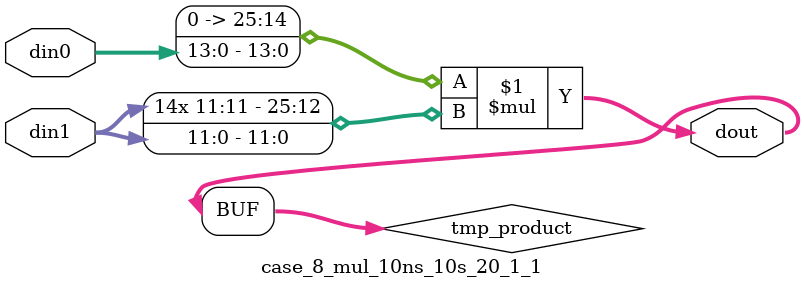
<source format=v>

`timescale 1 ns / 1 ps

 (* use_dsp = "no" *)  module case_8_mul_10ns_10s_20_1_1(din0, din1, dout);
parameter ID = 1;
parameter NUM_STAGE = 0;
parameter din0_WIDTH = 14;
parameter din1_WIDTH = 12;
parameter dout_WIDTH = 26;

input [din0_WIDTH - 1 : 0] din0; 
input [din1_WIDTH - 1 : 0] din1; 
output [dout_WIDTH - 1 : 0] dout;

wire signed [dout_WIDTH - 1 : 0] tmp_product;

























assign tmp_product = $signed({1'b0, din0}) * $signed(din1);










assign dout = tmp_product;





















endmodule

</source>
